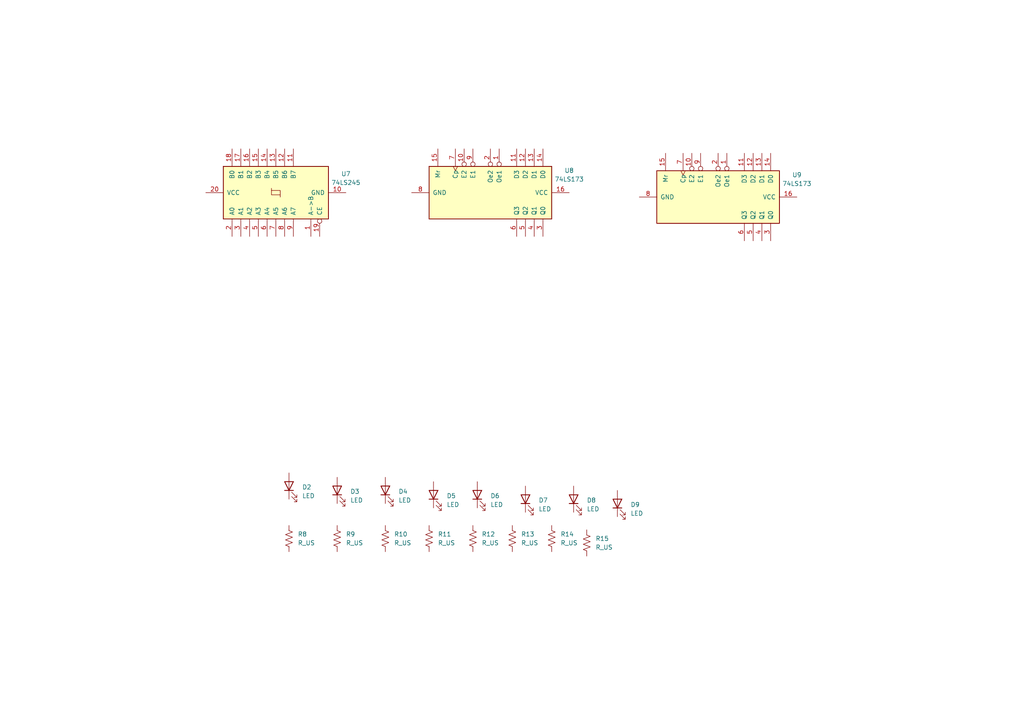
<source format=kicad_sch>
(kicad_sch (version 20250114) (generator "eeschema") (generator_version "9.0")
  (paper "A4")
  (lib_symbols
    (symbol "74xx:74LS173" (pin_names (offset 1.016))
      (property "Reference" "U" (at -7.62 19.05 0))
      (property "Value" "74LS173" (at -7.62 -19.05 0))
      (symbol "74LS173_1_0"
        (pin input line (at -12.7 15.24 0) (length 5.08) (name "D0") (number "14"))
        (pin input line (at -12.7 12.7 0) (length 5.08) (name "D1") (number "13"))
        (pin input line (at -12.7 10.16 0) (length 5.08) (name "D2") (number "12"))
        (pin input line (at -12.7 7.62 0) (length 5.08) (name "D3") (number "11"))
        (pin input inverted (at -12.7 2.54 0) (length 5.08) (name "Oe1") (number "1"))
        (pin input inverted (at -12.7 0 0) (length 5.08) (name "Oe2") (number "2"))
        (pin input inverted (at -12.7 -5.08 0) (length 5.08) (name "E1") (number "9"))
        (pin input inverted (at -12.7 -7.62 0) (length 5.08) (name "E2") (number "10"))
        (pin input clock (at -12.7 -10.16 0) (length 5.08) (name "Cp") (number "7"))
        (pin input line (at -12.7 -15.24 0) (length 5.08) (name "Mr") (number "15"))
        (pin power_in line (at 0 22.86 270) (length 5.08) (name "VCC") (number "16"))
        (pin power_in line (at 0 -22.86 90) (length 5.08) (name "GND") (number "8"))
        (pin tri_state line (at 12.7 15.24 180) (length 5.08) (name "Q0") (number "3"))
        (pin tri_state line (at 12.7 12.7 180) (length 5.08) (name "Q1") (number "4"))
        (pin tri_state line (at 12.7 10.16 180) (length 5.08) (name "Q2") (number "5"))
        (pin tri_state line (at 12.7 7.62 180) (length 5.08) (name "Q3") (number "6"))
      )
      (symbol "74LS173_1_1"
        (rectangle (start -7.62 17.78) (end 7.62 -17.78) (stroke (width 0.254)) (fill (type background)))
      )
    )
    (symbol "74xx:74LS245" (pin_names (offset 1.016))
      (property "Reference" "U" (at -7.62 16.51 0))
      (property "Value" "74LS245" (at -7.62 -16.51 0))
      (symbol "74LS245_1_0"
        (polyline (pts (xy -1.27 -1.27) (xy 0.635 -1.27) (xy 0.635 1.27) (xy 1.27 1.27)))
        (polyline (pts (xy -0.635 -1.27) (xy -0.635 1.27) (xy 0.635 1.27)))
        (pin tri_state line (at -12.7 12.7 0) (length 5.08) (name "A0") (number "2"))
        (pin tri_state line (at -12.7 10.16 0) (length 5.08) (name "A1") (number "3"))
        (pin tri_state line (at -12.7 7.62 0) (length 5.08) (name "A2") (number "4"))
        (pin tri_state line (at -12.7 5.08 0) (length 5.08) (name "A3") (number "5"))
        (pin tri_state line (at -12.7 2.54 0) (length 5.08) (name "A4") (number "6"))
        (pin tri_state line (at -12.7 0 0) (length 5.08) (name "A5") (number "7"))
        (pin tri_state line (at -12.7 -2.54 0) (length 5.08) (name "A6") (number "8"))
        (pin tri_state line (at -12.7 -5.08 0) (length 5.08) (name "A7") (number "9"))
        (pin input line (at -12.7 -10.16 0) (length 5.08) (name "A->B") (number "1"))
        (pin input inverted (at -12.7 -12.7 0) (length 5.08) (name "CE") (number "19"))
        (pin power_in line (at 0 20.32 270) (length 5.08) (name "VCC") (number "20"))
        (pin power_in line (at 0 -20.32 90) (length 5.08) (name "GND") (number "10"))
        (pin tri_state line (at 12.7 12.7 180) (length 5.08) (name "B0") (number "18"))
        (pin tri_state line (at 12.7 10.16 180) (length 5.08) (name "B1") (number "17"))
        (pin tri_state line (at 12.7 7.62 180) (length 5.08) (name "B2") (number "16"))
        (pin tri_state line (at 12.7 5.08 180) (length 5.08) (name "B3") (number "15"))
        (pin tri_state line (at 12.7 2.54 180) (length 5.08) (name "B4") (number "14"))
        (pin tri_state line (at 12.7 0 180) (length 5.08) (name "B5") (number "13"))
        (pin tri_state line (at 12.7 -2.54 180) (length 5.08) (name "B6") (number "12"))
        (pin tri_state line (at 12.7 -5.08 180) (length 5.08) (name "B7") (number "11"))
      )
      (symbol "74LS245_1_1"
        (rectangle (start -7.62 15.24) (end 7.62 -15.24) (stroke (width 0.254)) (fill (type background)))
      )
    )
    (symbol "Device:LED" (pin_numbers (hide yes)) (pin_names (offset 1.016) (hide yes))
      (property "Reference" "D" (at 0 2.54 0))
      (property "Value" "LED" (at 0 -2.54 0))
      (symbol "LED_0_1"
        (polyline (pts (xy -3.048 -0.762) (xy -4.572 -2.286) (xy -3.81 -2.286) (xy -4.572 -2.286) (xy -4.572 -1.524)))
        (polyline (pts (xy -1.778 -0.762) (xy -3.302 -2.286) (xy -2.54 -2.286) (xy -3.302 -2.286) (xy -3.302 -1.524)))
        (polyline (pts (xy -1.27 0) (xy 1.27 0)))
        (polyline (pts (xy -1.27 -1.27) (xy -1.27 1.27)) (stroke (width 0.254)))
        (polyline (pts (xy 1.27 -1.27) (xy 1.27 1.27) (xy -1.27 0) (xy 1.27 -1.27)) (stroke (width 0.254)))
      )
      (symbol "LED_1_1"
        (pin passive line (at -3.81 0 0) (length 2.54) (name "K") (number "1"))
        (pin passive line (at 3.81 0 180) (length 2.54) (name "A") (number "2"))
      )
    )
    (symbol "Device:R_US" (pin_numbers (hide yes)) (pin_names (offset 0))
      (property "Reference" "R" (at 2.54 0 90))
      (property "Value" "R_US" (at -2.54 0 90))
      (symbol "R_US_0_1"
        (polyline (pts (xy 0 2.286) (xy 0 2.54)))
        (polyline (pts (xy 0 2.286) (xy 1.016 1.905) (xy 0 1.524) (xy -1.016 1.143) (xy 0 0.762)))
        (polyline (pts (xy 0 0.762) (xy 1.016 0.381) (xy 0 0) (xy -1.016 -0.381) (xy 0 -0.762)))
        (polyline (pts (xy 0 -0.762) (xy 1.016 -1.143) (xy 0 -1.524) (xy -1.016 -1.905) (xy 0 -2.286)))
        (polyline (pts (xy 0 -2.286) (xy 0 -2.54)))
      )
      (symbol "R_US_1_1"
        (pin passive line (at 0 3.81 270) (length 1.27) (name "~") (number "1"))
        (pin passive line (at 0 -3.81 90) (length 1.27) (name "~") (number "2"))
      )
    )
  )
  (symbol (lib_id "Device:R_US") (at 83.82 156.21 0) (unit 1)
    (property "Reference" "R8" (at 86.36 154.9399 0) (effects (justify left)))
    (property "Value" "R_US" (at 86.36 157.4799 0) (effects (justify left)))
    (property "Description" "Resistor, US symbol" (effects (hide yes)))
  )
  (symbol (lib_id "Device:R_US") (at 124.46 156.21 0) (unit 1)
    (property "Reference" "R11" (at 127 154.9399 0) (effects (justify left)))
    (property "Value" "R_US" (at 127 157.4799 0) (effects (justify left)))
    (property "Description" "Resistor, US symbol" (effects (hide yes)))
  )
  (symbol (lib_id "Device:LED") (at 125.73 143.51 90) (unit 1)
    (property "Reference" "D5" (at 129.54 143.8274 90) (effects (justify right)))
    (property "Value" "LED" (at 129.54 146.3674 90) (effects (justify right)))
    (property "Description" "Light emitting diode" (effects (hide yes)))
    (property "Sim.Pins" "1=K 2=A" (effects (hide yes)))
  )
  (symbol (lib_id "74xx:74LS173") (at 208.28 57.15 270) (unit 1)
    (property "Reference" "U9" (at 231.14 50.7298 90))
    (property "Value" "74LS173" (at 231.14 53.2698 90))
    (property "Datasheet" "http://www.ti.com/lit/gpn/sn74LS173" (effects (hide yes)))
    (property "Description" "4-bit D-type Register, 3 state out" (effects (hide yes)))
  )
  (symbol (lib_id "74xx:74LS173") (at 142.24 55.88 270) (unit 1)
    (property "Reference" "U8" (at 165.1 49.4598 90))
    (property "Value" "74LS173" (at 165.1 51.9998 90))
    (property "Datasheet" "http://www.ti.com/lit/gpn/sn74LS173" (effects (hide yes)))
    (property "Description" "4-bit D-type Register, 3 state out" (effects (hide yes)))
  )
  (symbol (lib_id "Device:LED") (at 138.43 143.51 90) (unit 1)
    (property "Reference" "D6" (at 142.24 143.8274 90) (effects (justify right)))
    (property "Value" "LED" (at 142.24 146.3674 90) (effects (justify right)))
    (property "Description" "Light emitting diode" (effects (hide yes)))
    (property "Sim.Pins" "1=K 2=A" (effects (hide yes)))
  )
  (symbol (lib_id "Device:R_US") (at 160.02 156.21 0) (unit 1)
    (property "Reference" "R14" (at 162.56 154.9399 0) (effects (justify left)))
    (property "Value" "R_US" (at 162.56 157.4799 0) (effects (justify left)))
    (property "Description" "Resistor, US symbol" (effects (hide yes)))
  )
  (symbol (lib_id "Device:LED") (at 179.07 146.05 90) (unit 1)
    (property "Reference" "D9" (at 182.88 146.3674 90) (effects (justify right)))
    (property "Value" "LED" (at 182.88 148.9074 90) (effects (justify right)))
    (property "Description" "Light emitting diode" (effects (hide yes)))
    (property "Sim.Pins" "1=K 2=A" (effects (hide yes)))
  )
  (symbol (lib_id "Device:LED") (at 152.4 144.78 90) (unit 1)
    (property "Reference" "D7" (at 156.21 145.0974 90) (effects (justify right)))
    (property "Value" "LED" (at 156.21 147.6374 90) (effects (justify right)))
    (property "Description" "Light emitting diode" (effects (hide yes)))
    (property "Sim.Pins" "1=K 2=A" (effects (hide yes)))
  )
  (symbol (lib_id "Device:R_US") (at 137.16 156.21 0) (unit 1)
    (property "Reference" "R12" (at 139.7 154.9399 0) (effects (justify left)))
    (property "Value" "R_US" (at 139.7 157.4799 0) (effects (justify left)))
    (property "Description" "Resistor, US symbol" (effects (hide yes)))
  )
  (symbol (lib_id "Device:LED") (at 97.79 142.24 90) (unit 1)
    (property "Reference" "D3" (at 101.6 142.5574 90) (effects (justify right)))
    (property "Value" "LED" (at 101.6 145.0974 90) (effects (justify right)))
    (property "Description" "Light emitting diode" (effects (hide yes)))
    (property "Sim.Pins" "1=K 2=A" (effects (hide yes)))
  )
  (symbol (lib_id "Device:R_US") (at 111.76 156.21 0) (unit 1)
    (property "Reference" "R10" (at 114.3 154.9399 0) (effects (justify left)))
    (property "Value" "R_US" (at 114.3 157.4799 0) (effects (justify left)))
    (property "Description" "Resistor, US symbol" (effects (hide yes)))
  )
  (symbol (lib_id "Device:LED") (at 111.76 142.24 90) (unit 1)
    (property "Reference" "D4" (at 115.57 142.5574 90) (effects (justify right)))
    (property "Value" "LED" (at 115.57 145.0974 90) (effects (justify right)))
    (property "Description" "Light emitting diode" (effects (hide yes)))
    (property "Sim.Pins" "1=K 2=A" (effects (hide yes)))
  )
  (symbol (lib_id "74xx:74LS245") (at 80.01 55.88 90) (unit 1)
    (property "Reference" "U7" (at 100.33 50.4346 90))
    (property "Value" "74LS245" (at 100.33 52.9746 90))
    (property "Datasheet" "http://www.ti.com/lit/gpn/sn74LS245" (effects (hide yes)))
    (property "Description" "Octal BUS Transceivers, 3-State outputs" (effects (hide yes)))
  )
  (symbol (lib_id "Device:LED") (at 166.37 144.78 90) (unit 1)
    (property "Reference" "D8" (at 170.18 145.0974 90) (effects (justify right)))
    (property "Value" "LED" (at 170.18 147.6374 90) (effects (justify right)))
    (property "Description" "Light emitting diode" (effects (hide yes)))
    (property "Sim.Pins" "1=K 2=A" (effects (hide yes)))
  )
  (symbol (lib_id "Device:R_US") (at 97.79 156.21 0) (unit 1)
    (property "Reference" "R9" (at 100.33 154.9399 0) (effects (justify left)))
    (property "Value" "R_US" (at 100.33 157.4799 0) (effects (justify left)))
    (property "Description" "Resistor, US symbol" (effects (hide yes)))
  )
  (symbol (lib_id "Device:R_US") (at 170.18 157.48 0) (unit 1)
    (property "Reference" "R15" (at 172.72 156.2099 0) (effects (justify left)))
    (property "Value" "R_US" (at 172.72 158.7499 0) (effects (justify left)))
    (property "Description" "Resistor, US symbol" (effects (hide yes)))
  )
  (symbol (lib_id "Device:R_US") (at 148.59 156.21 0) (unit 1)
    (property "Reference" "R13" (at 151.13 154.9399 0) (effects (justify left)))
    (property "Value" "R_US" (at 151.13 157.4799 0) (effects (justify left)))
    (property "Description" "Resistor, US symbol" (effects (hide yes)))
  )
  (symbol (lib_id "Device:LED") (at 83.82 140.97 90) (unit 1)
    (property "Reference" "D2" (at 87.63 141.2874 90) (effects (justify right)))
    (property "Value" "LED" (at 87.63 143.8274 90) (effects (justify right)))
    (property "Description" "Light emitting diode" (effects (hide yes)))
    (property "Sim.Pins" "1=K 2=A" (effects (hide yes)))
  )
)
</source>
